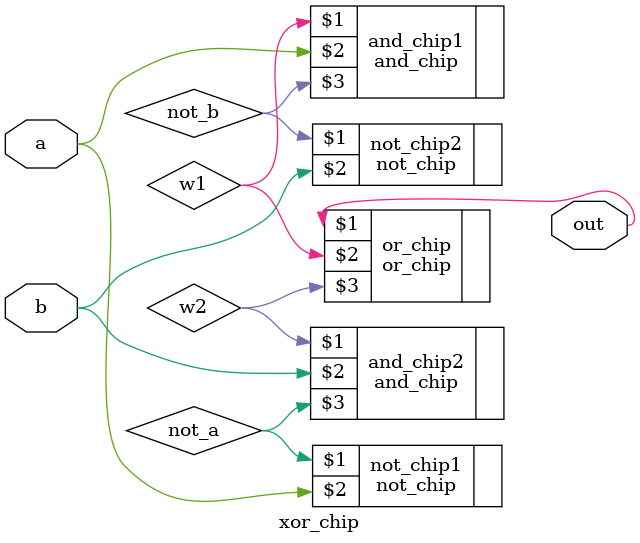
<source format=v>
module xor_chip(out, a, b);
	input a, b;
	output out;

	wire not_a, not_b, w1, w2;

	not_chip not_chip1(not_a, a);
	not_chip not_chip2(not_b, b);

	and_chip and_chip1(w1, a, not_b);
	and_chip and_chip2(w2, b, not_a);
	or_chip or_chip(out, w1, w2);

endmodule

</source>
